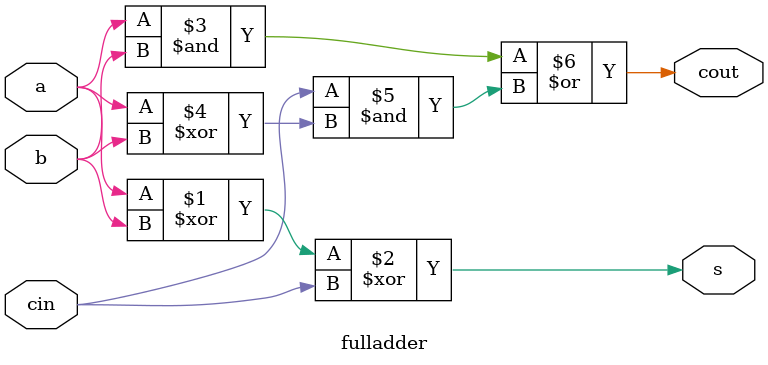
<source format=v>
module fulladder(s,cout,a,b,cin);
  input a,b,cin;
  output s,cout;
  assign s = a^b^cin;
  assign cout = a&b | cin & (a^b);
endmodule

</source>
